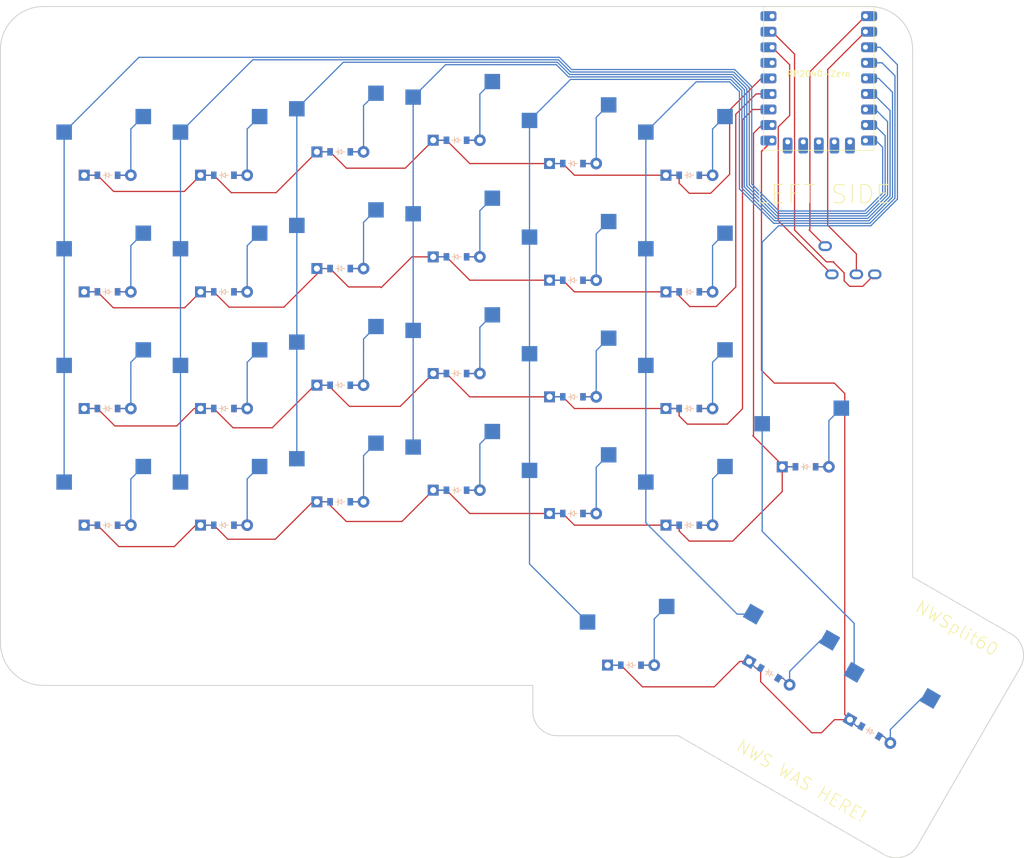
<source format=kicad_pcb>
(kicad_pcb (version 20241229) (generator "pcbnew") (generator_version "9.0")
  (title_block (title "left") (date "2025-10-02") (rev "v1.0.0") (company "Unknown"))
  (layers (0 "F.Cu" signal) (2 "B.Cu" signal) (13 "F.Paste" user) (15 "B.Paste" user) (5 "F.SilkS" user "F.Silkscreen") (7 "B.SilkS" user "B.Silkscreen") (1 "F.Mask" user) (3 "B.Mask" user) (25 "Edge.Cuts" user))
  (net 0 "")
  (net 1 "GP8")
  (net 2 "outer_bottom")
  (net 3 "outer_home")
  (net 4 "outer_top")
  (net 5 "outer_num")
  (net 6 "GP7")
  (net 7 "pinky_bottom")
  (net 8 "pinky_home")
  (net 9 "pinky_top")
  (net 10 "pinky_num")
  (net 11 "GP6")
  (net 12 "ring_bottom")
  (net 13 "ring_home")
  (net 14 "ring_top")
  (net 15 "ring_num")
  (net 16 "GP5")
  (net 17 "middle_bottom")
  (net 18 "middle_home")
  (net 19 "middle_top")
  (net 20 "middle_num")
  (net 21 "GP4")
  (net 22 "index_bottom")
  (net 23 "index_home")
  (net 24 "index_top")
  (net 25 "index_num")
  (net 26 "GP3")
  (net 27 "inner_bottom")
  (net 28 "inner_home")
  (net 29 "inner_top")
  (net 30 "inner_num")
  (net 31 "GP2")
  (net 32 "stretch_bottom")
  (net 33 "tuck_only")
  (net 34 "center_only")
  (net 35 "reach_only")
  (net 36 "GP15")
  (net 37 "GP26")
  (net 38 "GP27")
  (net 39 "GP28")
  (net 40 "GP14")
  (net 41 "3V3")
  (net 42 "GP0")
  (net 43 "GP1")
  (net 44 "GND")
  (net 45 "GP9")
  (net 46 "GP10")
  (net 47 "GP11")
  (net 48 "GP12")
  (net 49 "GP13")
  (net 50 "5V")
  (net 51 "GP29")
  (footprint "MX" (layer "F.Cu") (at 78 180.95)
    (property "Reference" "S6" (hide yes))
    (property "Value" "" (hide yes))
  )
  (footprint "ceoloide:mounting_hole_npth" (layer "F.Cu") (at 106.475 165.71)
    (property "Reference" "MH2" (hide yes))
    (property "Value" "")
  )
  (footprint "MX" (layer "F.Cu") (at 116 194.285)
    (property "Reference" "S13" (hide yes))
    (property "Value" "" (hide yes))
  )
  (footprint "ceoloide:trrs_pj320a" (layer "F.Cu") (at 187.5 161.235 -90)
    (property "Reference" "TRRS1" (hide yes))
    (property "Value" "")
  )
  (footprint "MX" (layer "F.Cu") (at 78 142.85)
    (property "Reference" "S8" (hide yes))
    (property "Value" "" (hide yes))
  )
  (footprint "ceoloide:mounting_hole_npth" (layer "F.Cu") (at 51.38 127.61)
    (property "Reference" "MH4" (hide yes))
    (property "Value" "")
  )
  (footprint "ceoloide:mounting_hole_npth" (layer "F.Cu") (at 129.235 220.955)
    (property "Reference" "MH6" (hide yes))
    (property "Value" "")
  )
  (footprint "ceoloide:mounting_hole_npth" (layer "F.Cu") (at 51.13 215.24)
    (property "Reference" "MH8" (hide yes))
    (property "Value" "")
  )
  (footprint "ComboDiode" (layer "F.Cu") (at 154 147.35)
    (property "Reference" "D24" (hide yes))
    (property "Value" "" (hide yes))
  )
  (footprint "MX" (layer "F.Cu") (at 116 137.135)
    (property "Reference" "S16" (hide yes))
    (property "Value" "" (hide yes))
  )
  (footprint "MX" (layer "F.Cu") (at 97 158.09)
    (property "Reference" "S11" (hide yes))
    (property "Value" "" (hide yes))
  )
  (footprint "ceoloide:mounting_hole_npth" (layer "F.Cu") (at 176.81 171.425)
    (property "Reference" "MH10" (hide yes))
    (property "Value" "")
  )
  (footprint "ComboDiode" (layer "F.Cu") (at 78 204.5)
    (property "Reference" "D5" (hide yes))
    (property "Value" "" (hide yes))
  )
  (footprint "ComboDiode" (layer "F.Cu") (at 78 147.35)
    (property "Reference" "D8" (hide yes))
    (property "Value" "" (hide yes))
  )
  (footprint "ComboDiode" (layer "F.Cu") (at 59 166.4)
    (property "Reference" "D3" (hide yes))
    (property "Value" "" (hide yes))
  )
  (footprint "MX" (layer "F.Cu") (at 169.342642 224.774162 -30)
    (property "Reference" "S27" (hide yes))
    (property "Value" "" (hide yes))
  )
  (footprint "ComboDiode" (layer "F.Cu") (at 97 143.54)
    (property "Reference" "D12" (hide yes))
    (property "Value" "" (hide yes))
  )
  (footprint "MX" (layer "F.Cu") (at 59 161.9)
    (property "Reference" "S3" (hide yes))
    (property "Value" "" (hide yes))
  )
  (footprint "ComboDiode" (layer "F.Cu") (at 97 181.64)
    (property "Reference" "D10" (hide yes))
    (property "Value" "" (hide yes))
  )
  (footprint "ceoloide:mounting_hole_npth" (layer "F.Cu") (at 182.167199 210.181378 -30)
    (property "Reference" "MH9" (hide yes))
    (property "Value" "")
  )
  (footprint "ComboDiode" (layer "F.Cu") (at 154 166.4)
    (property "Reference" "D23" (hide yes))
    (property "Value" "" (hide yes))
  )
  (footprint "MX" (layer "F.Cu") (at 154 142.85)
    (property "Reference" "S24" (hide yes))
    (property "Value" "" (hide yes))
  )
  (footprint "MX" (layer "F.Cu") (at 78 161.9)
    (property "Reference" "S7" (hide yes))
    (property "Value" "" (hide yes))
  )
  (footprint "ComboDiode" (layer "F.Cu") (at 59 185.45)
    (property "Reference" "D2" (hide yes))
    (property "Value" "" (hide yes))
  )
  (footprint "ComboDiode" (layer "F.Cu") (at 135 202.595)
    (property "Reference" "D17" (hide yes))
    (property "Value" "" (hide yes))
  )
  (footprint "ComboDiode" (layer "F.Cu") (at 116 198.785)
    (property "Reference" "D13" (hide yes))
    (property "Value" "" (hide yes))
  )
  (footprint "MX" (layer "F.Cu") (at 154 161.9)
    (property "Reference" "S23" (hide yes))
    (property "Value" "" (hide yes))
  )
  (footprint "ComboDiode" (layer "F.Cu") (at 173 194.975)
    (property "Reference" "D25" (hide yes))
    (property "Value" "" (hide yes))
  )
  (footprint "ComboDiode" (layer "F.Cu") (at 97 162.59)
    (property "Reference" "D11" (hide yes))
    (property "Value" "" (hide yes))
  )
  (footprint "ComboDiode" (layer "F.Cu") (at 116 179.735)
    (property "Reference" "D14" (hide yes))
    (property "Value" "" (hide yes))
  )
  (footprint "MX" (layer "F.Cu") (at 135 159.995)
    (property "Reference" "S19" (hide yes))
    (property "Value" "" (hide yes))
  )
  (footprint "ComboDiode" (layer "F.Cu") (at 135 145.445)
    (property "Reference" "D20" (hide yes))
    (property "Value" "" (hide yes))
  )
  (footprint "MX" (layer "F.Cu") (at 97 196.19)
    (property "Reference" "S9" (hide yes))
    (property "Value" "" (hide yes))
  )
  (footprint "ceoloide:mounting_hole_npth" (layer "F.Cu") (at 68.475 171.425)
    (property "Reference" "MH1" (hide yes))
    (property "Value" "")
  )
  (footprint "ComboDiode" (layer "F.Cu") (at 135 164.495)
    (property "Reference" "D19" (hide yes))
    (property "Value" "" (hide yes))
  )
  (footprint "MX" (layer "F.Cu") (at 97 139.04)
    (property "Reference" "S12" (hide yes))
    (property "Value" "" (hide yes))
  )
  (footprint "MX" (layer "F.Cu") (at 59 200)
    (property "Reference" "S1" (hide yes))
    (property "Value" "" (hide yes))
  )
  (footprint "MX" (layer "F.Cu") (at 135 198.095)
    (property "Reference" "S17" (hide yes))
    (property "Value" "" (hide yes))
  )
  (footprint "ceoloide:mounting_hole_npth" (layer "F.Cu") (at 175.686534 232.836219 -30)
    (property "Reference" "MH7" (hide yes))
    (property "Value" "")
  )
  (footprint "MX" (layer "F.Cu") (at 116 156.185)
    (property "Reference" "S15" (hide yes))
    (property "Value" "" (hide yes))
  )
  (footprint "MX" (layer "F.Cu") (at 135 140.945)
    (property "Reference" "S20" (hide yes))
    (property "Value" "" (hide yes))
  )
  (footprint "ComboDiode" (layer "F.Cu") (at 97 200.69)
    (property "Reference" "D9" (hide yes))
    (property "Value" "" (hide yes))
  )
  (footprint "ComboDiode" (layer "F.Cu") (at 154 204.5)
    (property "Reference" "D21" (hide yes))
    (property "Value" "" (hide yes))
  )
  (footprint "MX" (layer "F.Cu") (at 59 180.95)
    (property "Reference" "S2" (hide yes))
    (property "Value" "" (hide yes))
  )
  (footprint "MX" (layer "F.Cu") (at 59 142.85)
    (property "Reference" "S4" (hide yes))
    (property "Value" "" (hide yes))
  )
  (footprint "MX" (layer "F.Cu") (at 135 179.045)
    (property "Reference" "S18" (hide yes))
    (property "Value" "" (hide yes))
  )
  (footprint "ComboDiode" (layer "F.Cu") (at 78 166.4)
    (property "Reference" "D7" (hide yes))
    (property "Value" "" (hide yes))
  )
  (footprint "ceoloide:mounting_hole_npth" (layer "F.Cu") (at 144.475 171.425)
    (property "Reference" "MH3" (hide yes))
    (property "Value" "")
  )
  (footprint "MX" (layer "F.Cu") (at 154 200)
    (property "Reference" "S21" (hide yes))
    (property "Value" "" (hide yes))
  )
  (footprint "ComboDiode" (layer "F.Cu") (at 144.475 227.36)
    (property "Reference" "D26" (hide yes))
    (property "Value" "" (hide yes))
  )
  (footprint "ComboDiode" (layer "F.Cu") (at 154 185.45)
    (property "Reference" "D22" (hide yes))
    (property "Value" "" (hide yes))
  )
  (footprint "MX" (layer "F.Cu") (at 154 180.95)
    (property "Reference" "S22" (hide yes))
    (property "Value" "" (hide yes))
  )
  (footprint "ComboDiode" (layer "F.Cu") (at 116 141.635)
    (property "Reference" "D16" (hide yes))
    (property "Value" "" (hide yes))
  )
  (footprint "MX" (layer "F.Cu") (at 144.475 222.86)
    (property "Reference" "S26" (hide yes))
    (property "Value" "" (hide yes))
  )
  (footprint "MX" (layer "F.Cu") (at 116 175.235)
    (property "Reference" "S14" (hide yes))
    (property "Value" "" (hide yes))
  )
  (footprint "ComboDiode" (layer "F.Cu") (at 135 183.545)
    (property "Reference" "D18" (hide yes))
    (property "Value" "" (hide yes))
  )
  (footprint "MX" (layer "F.Cu") (at 185.797125 234.274162 -30)
    (property "Reference" "S28" (hide yes))
    (property "Value" "" (hide yes))
  )
  (footprint "ceoloide:mounting_hole_npth" (layer "F.Cu") (at 154 127.61)
    (property "Reference" "MH5" (hide yes))
    (property "Value" "")
  )
  (footprint "ComboDiode" (layer "F.Cu") (at 59 204.5)
    (property "Reference" "D1" (hide yes))
    (property "Value" "" (hide yes))
  )
  (footprint "ComboDiode" (layer "F.Cu") (at 78 185.45)
    (property "Reference" "D6" (hide yes))
    (property "Value" "" (hide yes))
  )
  (footprint "ComboDiode" (layer "F.Cu") (at 167.092642 228.671276 -30)
    (property "Reference" "D27" (hide yes))
    (property "Value" "" (hide yes))
  )
  (footprint "MX" (layer "F.Cu") (at 173 190.475)
    (property "Reference" "S25" (hide yes))
    (property "Value" "" (hide yes))
  )
  (footprint "MX" (layer "F.Cu") (at 97 177.14)
    (property "Reference" "S10" (hide yes))
    (property "Value" "" (hide yes))
  )
  (footprint "ComboDiode" (layer "F.Cu") (at 183.547125 238.171276 -30)
    (property "Reference" "D28" (hide yes))
    (property "Value" "" (hide yes))
  )
  (footprint "ComboDiode" (layer "F.Cu") (at 59 147.35)
    (property "Reference" "D4" (hide yes))
    (property "Value" "" (hide yes))
  )
  (footprint "MX" (layer "F.Cu") (at 78 200)
    (property "Reference" "S5" (hide yes))
    (property "Value" "" (hide yes))
  )
  (footprint "ComboDiode" (layer "F.Cu") (at 116 160.685)
    (property "Reference" "D15" (hide yes))
    (property "Value" "" (hide yes))
  )
  (footprint "RP2040-Zero" (layer "F.Cu") (at 165 144.235)
    (property "Reference" "REF**")
    (property "Value" "RP2040-Zero")
  )
  (gr_line (start 190.485 212.977371) (end 206.60483 222.284159) (stroke (width 0.15)) (layer "Edge.Cuts"))
  (gr_arc (start 183.485 119.8) (mid 188.434747 121.850253) (end 190.485 126.8) (stroke (width 0.15)) (layer "Edge.Cuts"))
  (gr_arc (start 41.515 126.8) (mid 43.565253 121.850253) (end 48.515 119.8) (stroke (width 0.15)) (layer "Edge.Cuts"))
  (gr_line (start 41.515 223.67) (end 41.515 126.8) (stroke (width 0.15)) (layer "Edge.Cuts"))
  (gr_line (start 48.515 119.8) (end 183.485 119.8) (stroke (width 0.15)) (layer "Edge.Cuts"))
  (gr_arc (start 48.515 230.67) (mid 43.565253 228.619747) (end 41.515 223.67) (stroke (width 0.15)) (layer "Edge.Cuts"))
  (gr_arc (start 191.281432 256.825064) (mid 188.852604 258.688804) (end 185.81733 258.289165) (stroke (width 0.15)) (layer "Edge.Cuts"))
  (gr_line (start 152.20833 238.885) (end 185.81733 258.289165) (stroke (width 0.15)) (layer "Edge.Cuts"))
  (gr_arc (start 206.60483 222.284159) (mid 208.468545 224.71299) (end 208.068932 227.74826) (stroke (width 0.15)) (layer "Edge.Cuts"))
  (gr_line (start 132.45 238.885) (end 152.20833 238.885) (stroke (width 0.15)) (layer "Edge.Cuts"))
  (gr_arc (start 132.45 238.885) (mid 129.621573 237.713427) (end 128.45 234.885) (stroke (width 0.15)) (layer "Edge.Cuts"))
  (gr_line (start 191.281432 256.825064) (end 208.068932 227.748261) (stroke (width 0.15)) (layer "Edge.Cuts"))
  (gr_line (start 48.515 230.67) (end 128.45 230.67) (stroke (width 0.15)) (layer "Edge.Cuts"))
  (gr_line (start 128.45 230.67) (end 128.45 234.885) (stroke (width 0.15)) (layer "Edge.Cuts"))
  (gr_line (start 190.485 212.977371) (end 190.485 126.8) (stroke (width 0.15)) (layer "Edge.Cuts"))
  (gr_text "NWSplit60" (at 197.712483 221.356157 -30) (layer "F.SilkS") (effects (font (size 2 2))))
  (gr_text "LEFT SIDE" (at 175.9075 150.47 0) (layer "F.SilkS") (effects (font (size 3 3))))
  (gr_text "NWS WAS HERE!" (at 172.318591 246.289668 -30) (layer "F.SilkS") (effects (font (size 2 2))))
  (segment (start 182.6695 153.195) (end 168.6305 153.195) (width 0.2) (layer "B.Cu") (net 1))
  (segment (start 185.595 150.2695) (end 182.6695 153.195) (width 0.2) (layer "B.Cu") (net 1))
  (segment (start 164.205 132.8695) (end 161.4305 130.095) (width 0.2) (layer "B.Cu") (net 1))
  (segment (start 134.7963 130.095) (end 132.7993 128.098) (width 0.2) (layer "B.Cu") (net 1))
  (segment (start 164.205 148.7695) (end 164.205 132.8695) (width 0.2) (layer "B.Cu") (net 1))
  (segment (start 64.127 128.098) (end 51.915 140.31) (width 0.2) (layer "B.Cu") (net 1))
  (segment (start 161.4305 130.095) (end 134.7963 130.095) (width 0.2) (layer "B.Cu") (net 1))
  (segment (start 185.595 142.795) (end 185.595 150.2695) (width 0.2) (layer "B.Cu") (net 1))
  (segment (start 168.6305 153.195) (end 164.205 148.7695) (width 0.2) (layer "B.Cu") (net 1))
  (segment (start 132.7993 128.098) (end 64.127 128.098) (width 0.2) (layer "B.Cu") (net 1))
  (segment (start 51.915 197.46) (end 51.915 140.31) (width 0.2) (layer "B.Cu") (net 1))
  (segment (start 184.495 141.695) (end 185.595 142.795) (width 0.2) (layer "B.Cu") (net 1))
  (segment (start 182.78 141.695) (end 184.495 141.695) (width 0.2) (layer "B.Cu") (net 1))
  (segment (start 62.81 204.5) (end 60.65 204.5) (width 0.2) (layer "F.Cu") (net 2))
  (segment (start 64.842 194.92) (end 62.81 196.952) (width 0.2) (layer "B.Cu") (net 2))
  (segment (start 62.81 196.952) (end 62.81 204.5) (width 0.2) (layer "B.Cu") (net 2))
  (segment (start 62.81 204.5) (end 60.65 204.5) (width 0.2) (layer "B.Cu") (net 2))
  (segment (start 62.81 185.45) (end 60.65 185.45) (width 0.2) (layer "F.Cu") (net 3))
  (segment (start 62.81 185.45) (end 60.65 185.45) (width 0.2) (layer "B.Cu") (net 3))
  (segment (start 64.842 175.87) (end 62.81 177.902) (width 0.2) (layer "B.Cu") (net 3))
  (segment (start 62.81 177.902) (end 62.81 185.45) (width 0.2) (layer "B.Cu") (net 3))
  (segment (start 62.81 166.4) (end 60.65 166.4) (width 0.2) (layer "F.Cu") (net 4))
  (segment (start 62.81 166.4) (end 60.65 166.4) (width 0.2) (layer "B.Cu") (net 4))
  (segment (start 64.842 156.82) (end 62.81 158.852) (width 0.2) (layer "B.Cu") (net 4))
  (segment (start 62.81 158.852) (end 62.81 166.4) (width 0.2) (layer "B.Cu") (net 4))
  (segment (start 62.81 147.35) (end 60.65 147.35) (width 0.2) (layer "F.Cu") (net 5))
  (segment (start 62.81 147.35) (end 60.65 147.35) (width 0.2) (layer "B.Cu") (net 5))
  (segment (start 62.81 139.802) (end 62.81 147.35) (width 0.2) (layer "B.Cu") (net 5))
  (segment (start 64.842 137.77) (end 62.81 139.802) (width 0.2) (layer "B.Cu") (net 5))
  (segment (start 168.4644 153.596) (end 182.8356 153.596) (width 0.2) (layer "B.Cu") (net 6))
  (segment (start 163.804 148.9356) (end 168.4644 153.596) (width 0.2) (layer "B.Cu") (net 6))
  (segment (start 82.726 128.499) (end 132.6332 128.499) (width 0.2) (layer "B.Cu") (net 6))
  (segment (start 70.915 140.31) (end 82.726 128.499) (width 0.2) (layer "B.Cu") (net 6))
  (segment (start 161.2644 130.496) (end 163.804 133.0356) (width 0.2) (layer "B.Cu") (net 6))
  (segment (start 134.6302 130.496) (end 161.2644 130.496) (width 0.2) (layer "B.Cu") (net 6))
  (segment (start 184.251 139.155) (end 182.78 139.155) (width 0.2) (layer "B.Cu") (net 6))
  (segment (start 132.6332 128.499) (end 134.6302 130.496) (width 0.2) (layer "B.Cu") (net 6))
  (segment (start 70.915 140.31) (end 70.915 197.46) (width 0.2) (layer "B.Cu") (net 6))
  (segment (start 185.996 140.9) (end 184.251 139.155) (width 0.2) (layer "B.Cu") (net 6))
  (segment (start 185.996 150.4356) (end 185.996 140.9) (width 0.2) (layer "B.Cu") (net 6))
  (segment (start 182.8356 153.596) (end 185.996 150.4356) (width 0.2) (layer "B.Cu") (net 6))
  (segment (start 163.804 133.0356) (end 163.804 148.9356) (width 0.2) (layer "B.Cu") (net 6))
  (segment (start 81.81 204.5) (end 79.65 204.5) (width 0.2) (layer "F.Cu") (net 7))
  (segment (start 83.842 194.92) (end 81.81 196.952) (width 0.2) (layer "B.Cu") (net 7))
  (segment (start 81.81 204.5) (end 79.65 204.5) (width 0.2) (layer "B.Cu") (net 7))
  (segment (start 81.81 196.952) (end 81.81 204.5) (width 0.2) (layer "B.Cu") (net 7))
  (segment (start 81.81 185.45) (end 79.65 185.45) (width 0.2) (layer "F.Cu") (net 8))
  (segment (start 81.81 185.45) (end 79.65 185.45) (width 0.2) (layer "B.Cu") (net 8))
  (segment (start 83.842 175.87) (end 81.81 177.902) (width 0.2) (layer "B.Cu") (net 8))
  (segment (start 81.81 177.902) (end 81.81 185.45) (width 0.2) (layer "B.Cu") (net 8))
  (segment (start 81.81 166.4) (end 79.65 166.4) (width 0.2) (layer "F.Cu") (net 9))
  (segment (start 81.81 166.4) (end 79.65 166.4) (width 0.2) (layer "B.Cu") (net 9))
  (segment (start 83.842 156.82) (end 81.81 158.852) (width 0.2) (layer "B.Cu") (net 9))
  (segment (start 81.81 158.852) (end 81.81 166.4) (width 0.2) (layer "B.Cu") (net 9))
  (segment (start 81.81 147.35) (end 79.65 147.35) (width 0.2) (layer "F.Cu") (net 10))
  (segment (start 81.81 147.35) (end 79.65 147.35) (width 0.2) (layer "B.Cu") (net 10))
  (segment (start 81.81 139.802) (end 81.81 147.35) (width 0.2) (layer "B.Cu") (net 10))
  (segment (start 83.842 137.77) (end 81.81 139.802) (width 0.2) (layer "B.Cu") (net 10))
  (segment (start 186.397 138.597) (end 186.397 150.6017) (width 0.2) (layer "B.Cu") (net 11))
  (segment (start 183.0017 153.997) (end 168.2983 153.997) (width 0.2) (layer "B.Cu") (net 11))
  (segment (start 97.515 128.9) (end 89.915 136.5) (width 0.2) (layer "B.Cu") (net 11))
  (segment (start 168.2983 153.997) (end 163.403 149.1017) (width 0.2) (layer "B.Cu") (net 11))
  (segment (start 89.915 193.65) (end 89.915 136.5) (width 0.2) (layer "B.Cu") (net 11))
  (segment (start 163.403 149.1017) (end 163.403 133.2017) (width 0.2) (layer "B.Cu") (net 11))
  (segment (start 182.78 136.615) (end 184.415 136.615) (width 0.2) (layer "B.Cu") (net 11))
  (segment (start 134.4641 130.897) (end 132.4671 128.9) (width 0.2) (layer "B.Cu") (net 11))
  (segment (start 163.403 133.2017) (end 161.0983 130.897) (width 0.2) (layer "B.Cu") (net 11))
  (segment (start 184.415 136.615) (end 186.397 138.597) (width 0.2) (layer "B.Cu") (net 11))
  (segment (start 186.397 150.6017) (end 183.0017 153.997) (width 0.2) (layer "B.Cu") (net 11))
  (segment (start 161.0983 130.897) (end 134.4641 130.897) (width 0.2) (layer "B.Cu") (net 11))
  (segment (start 132.4671 128.9) (end 97.515 128.9) (width 0.2) (layer "B.Cu") (net 11))
  (segment (start 100.81 200.69) (end 98.65 200.69) (width 0.2) (layer "F.Cu") (net 12))
  (segment (start 100.81 200.69) (end 98.65 200.69) (width 0.2) (layer "B.Cu") (net 12))
  (segment (start 102.842 191.11) (end 100.81 193.142) (width 0.2) (layer "B.Cu") (net 12))
  (segment (start 100.81 193.142) (end 100.81 200.69) (width 0.2) (layer "B.Cu") (net 12))
  (segment (start 100.81 181.64) (end 98.65 181.64) (width 0.2) (layer "F.Cu") (net 13))
  (segment (start 100.81 181.64) (end 98.65 181.64) (width 0.2) (layer "B.Cu") (net 13))
  (segment (start 102.842 172.06) (end 100.81 174.092) (width 0.2) (layer "B.Cu") (net 13))
  (segment (start 100.81 174.092) (end 100.81 181.64) (width 0.2) (layer "B.Cu") (net 13))
  (segment (start 100.81 162.59) (end 98.65 162.59) (width 0.2) (layer "F.Cu") (net 14))
  (segment (start 100.81 155.042) (end 100.81 162.59) (width 0.2) (layer "B.Cu") (net 14))
  (segment (start 102.842 153.01) (end 100.81 155.042) (width 0.2) (layer "B.Cu") (net 14))
  (segment (start 100.81 162.59) (end 98.65 162.59) (width 0.2) (layer "B.Cu") (net 14))
  (segment (start 100.81 143.54) (end 98.65 143.54) (width 0.2) (layer "F.Cu") (net 15))
  (segment (start 102.842 133.96) (end 100.81 135.992) (width 0.2) (layer "B.Cu") (net 15))
  (segment (start 100.81 135.992) (end 100.81 143.54) (width 0.2) (layer "B.Cu") (net 15))
  (segment (start 100.81 143.54) (end 98.65 143.54) (width 0.2) (layer "B.Cu") (net 15))
  (segment (start 114.21 129.3) (end 132.3 129.3) (width 0.2) (layer "B.Cu") (net 16))
  (segment (start 186.798 136.798) (end 184.075 134.075) (width 0.2) (layer "B.Cu") (net 16))
  (segment (start 160.9322 131.298) (end 163.002 133.3678) (width 0.2) (layer "B.Cu") (net 16))
  (segment (start 132.3 129.3) (end 134.298 131.298) (width 0.2) (layer "B.Cu") (net 16))
  (segment (start 134.298 131.298) (end 160.9322 131.298) (width 0.2) (layer "B.Cu") (net 16))
  (segment (start 186.798 150.7678) (end 186.798 136.798) (width 0.2) (layer "B.Cu") (net 16))
  (segment (start 163.002 149.2678) (end 168.1322 154.398) (width 0.2) (layer "B.Cu") (net 16))
  (segment (start 183.1678 154.398) (end 186.798 150.7678) (width 0.2) (layer "B.Cu") (net 16))
  (segment (start 163.002 133.3678) (end 163.002 149.2678) (width 0.2) (layer "B.Cu") (net 16))
  (segment (start 184.075 134.075) (end 182.78 134.075) (width 0.2) (layer "B.Cu") (net 16))
  (segment (start 168.1322 154.398) (end 183.1678 154.398) (width 0.2) (layer "B.Cu") (net 16))
  (segment (start 108.915 134.595) (end 108.915 191.745) (width 0.2) (layer "B.Cu") (net 16))
  (segment (start 108.915 134.595) (end 114.21 129.3) (width 0.2) (layer "B.Cu") (net 16))
  (segment (start 119.81 198.785) (end 117.65 198.785) (width 0.2) (layer "F.Cu") (net 17))
  (segment (start 119.81 191.237) (end 119.81 198.785) (width 0.2) (layer "B.Cu") (net 17))
  (segment (start 119.81 198.785) (end 117.65 198.785) (width 0.2) (layer "B.Cu") (net 17))
  (segment (start 121.842 189.205) (end 119.81 191.237) (width 0.2) (layer "B.Cu") (net 17))
  (segment (start 119.81 179.735) (end 117.65 179.735) (width 0.2) (layer "F.Cu") (net 18))
  (segment (start 119.81 179.735) (end 117.65 179.735) (width 0.2) (layer "B.Cu") (net 18))
  (segment (start 121.842 170.155) (end 119.81 172.187) (width 0.2) (layer "B.Cu") (net 18))
  (segment (start 119.81 172.187) (end 119.81 179.735) (width 0.2) (layer "B.Cu") (net 18))
  (segment (start 119.81 160.685) (end 117.65 160.685) (width 0.2) (layer "F.Cu") (net 19))
  (segment (start 119.81 153.137) (end 119.81 160.685) (width 0.2) (layer "B.Cu") (net 19))
  (segment (start 121.842 151.105) (end 119.81 153.137) (width 0.2) (layer "B.Cu") (net 19))
  (segment (start 119.81 160.685) (end 117.65 160.685) (width 0.2) (layer "B.Cu") (net 19))
  (segment (start 119.81 141.635) (end 117.65 141.635) (width 0.2) (layer "F.Cu") (net 20))
  (segment (start 121.842 132.055) (end 119.81 134.087) (width 0.2) (layer "B.Cu") (net 20))
  (segment (start 119.81 141.635) (end 117.65 141.635) (width 0.2) (layer "B.Cu") (net 20))
  (segment (start 119.81 134.087) (end 119.81 141.635) (width 0.2) (layer "B.Cu") (net 20))
  (segment (start 183.3339 154.799) (end 187.199 150.9339) (width 0.2) (layer "B.Cu") (net 21))
  (segment (start 127.915 195.555) (end 127.915 138.405) (width 0.2) (layer "B.Cu") (net 21))
  (segment (start 187.199 150.9339) (end 187.199 133.799) (width 0.2) (layer "B.Cu") (net 21))
  (segment (start 127.915 210.845) (end 127.915 195.555) (width 0.2) (layer "B.Cu") (net 21))
  (segment (start 134.621 131.699) (end 160.7661 131.699) (width 0.2) (layer "B.Cu") (net 21))
  (segment (start 127.915 138.405) (end 134.621 131.699) (width 0.2) (layer "B.Cu") (net 21))
  (segment (start 184.935 131.535) (end 182.78 131.535) (width 0.2) (layer "B.Cu") (net 21))
  (segment (start 160.7661 131.699) (end 162.601 133.5339) (width 0.2) (layer "B.Cu") (net 21))
  (segment (start 167.9661 154.799) (end 183.3339 154.799) (width 0.2) (layer "B.Cu") (net 21))
  (segment (start 187.199 133.799) (end 184.935 131.535) (width 0.2) (layer "B.Cu") (net 21))
  (segment (start 137.39 220.32) (end 127.915 210.845) (width 0.2) (layer "B.Cu") (net 21))
  (segment (start 162.601 149.4339) (end 167.9661 154.799) (width 0.2) (layer "B.Cu") (net 21))
  (segment (start 162.601 133.5339) (end 162.601 149.4339) (width 0.2) (layer "B.Cu") (net 21))
  (segment (start 138.81 202.595) (end 136.65 202.595) (width 0.2) (layer "F.Cu") (net 22))
  (segment (start 140.842 193.015) (end 138.81 195.047) (width 0.2) (layer "B.Cu") (net 22))
  (segment (start 138.81 202.595) (end 136.65 202.595) (width 0.2) (layer "B.Cu") (net 22))
  (segment (start 138.81 195.047) (end 138.81 202.595) (width 0.2) (layer "B.Cu") (net 22))
  (segment (start 138.81 183.545) (end 136.65 183.545) (width 0.2) (layer "F.Cu") (net 23))
  (segment (start 140.842 173.965) (end 138.81 175.997) (width 0.2) (layer "B.Cu") (net 23))
  (segment (start 138.81 175.997) (end 138.81 183.545) (width 0.2) (layer "B.Cu") (net 23))
  (segment (start 138.81 183.545) (end 136.65 183.545) (width 0.2) (layer "B.Cu") (net 23))
  (segment (start 138.81 164.495) (end 136.65 164.495) (width 0.2) (layer "F.Cu") (net 24))
  (segment (start 140.842 154.915) (end 138.81 156.947) (width 0.2) (layer "B.Cu") (net 24))
  (segment (start 138.81 164.495) (end 136.65 164.495) (width 0.2) (layer "B.Cu") (net 24))
  (segment (start 138.81 156.947) (end 138.81 164.495) (width 0.2) (layer "B.Cu") (net 24))
  (segment (start 138.81 145.445) (end 136.65 145.445) (width 0.2) (layer "F.Cu") (net 25))
  (segment (start 140.842 135.865) (end 138.81 137.897) (width 0.2) (layer "B.Cu") (net 25))
  (segment (start 138.81 145.445) (end 136.65 145.445) (width 0.2) (layer "B.Cu") (net 25))
  (segment (start 138.81 137.897) (end 138.81 145.445) (width 0.2) (layer "B.Cu") (net 25))
  (segment (start 146.915 197.46) (end 146.915 140.31) (width 0.2) (layer "B.Cu") (net 26))
  (segment (start 146.915 140.31) (end 155.125 132.1) (width 0.2) (layer "B.Cu") (net 26))
  (segment (start 187.6 131.1) (end 185.495 128.995) (width 0.2) (layer "B.Cu") (net 26))
  (segment (start 162.2 149.6) (end 167.8 155.2) (width 0.2) (layer "B.Cu") (net 26))
  (segment (start 185.495 128.995) (end 182.78 128.995) (width 0.2) (layer "B.Cu") (net 26))
  (segment (start 164.476852 219.031957) (end 161.831957 219.031957) (width 0.2) (layer "B.Cu") (net 26))
  (segment (start 183.5 155.2) (end 187.6 151.1) (width 0.2) (layer "B.Cu") (net 26))
  (segment (start 160.6 132.1) (end 162.2 133.7) (width 0.2) (layer "B.Cu") (net 26))
  (segment (start 187.6 151.1) (end 187.6 131.1) (width 0.2) (layer "B.Cu") (net 26))
  (segment (start 146.915 204.115) (end 146.915 197.46) (width 0.2) (layer "B.Cu") (net 26))
  (segment (start 162.2 133.7) (end 162.2 149.6) (width 0.2) (layer "B.Cu") (net 26))
  (segment (start 167.8 155.2) (end 183.5 155.2) (width 0.2) (layer "B.Cu") (net 26))
  (segment (start 161.831957 219.031957) (end 146.915 204.115) (width 0.2) (layer "B.Cu") (net 26))
  (segment (start 155.125 132.1) (end 160.6 132.1) (width 0.2) (layer "B.Cu") (net 26))
  (segment (start 157.81 204.5) (end 155.65 204.5) (width 0.2) (layer "F.Cu") (net 27))
  (segment (start 157.81 204.5) (end 155.65 204.5) (width 0.2) (layer "B.Cu") (net 27))
  (segment (start 157.81 196.952) (end 157.81 204.5) (width 0.2) (layer "B.Cu") (net 27))
  (segment (start 159.842 194.92) (end 157.81 196.952) (width 0.2) (layer "B.Cu") (net 27))
  (segment (start 157.81 185.45) (end 155.65 185.45) (width 0.2) (layer "F.Cu") (net 28))
  (segment (start 159.842 175.87) (end 157.81 177.902) (width 0.2) (layer "B.Cu") (net 28))
  (segment (start 157.81 177.902) (end 157.81 185.45) (width 0.2) (layer "B.Cu") (net 28))
  (segment (start 157.81 185.45) (end 155.65 185.45) (width 0.2) (layer "B.Cu") (net 28))
  (segment (start 157.81 166.4) (end 155.65 166.4) (width 0.2) (layer "F.Cu") (net 29))
  (segment (start 159.842 156.82) (end 157.81 158.852) (width 0.2) (layer "B.Cu") (net 29))
  (segment (start 157.81 166.4) (end 155.65 166.4) (width 0.2) (layer "B.Cu") (net 29))
  (segment (start 157.81 158.852) (end 157.81 166.4) (width 0.2) (layer "B.Cu") (net 29))
  (segment (start 157.81 147.35) (end 155.65 147.35) (width 0.2) (layer "F.Cu") (net 30))
  (segment (start 157.81 139.802) (end 157.81 147.35) (width 0.2) (layer "B.Cu") (net 30))
  (segment (start 157.81 147.35) (end 155.65 147.35) (width 0.2) (layer "B.Cu") (net 30))
  (segment (start 159.842 137.77) (end 157.81 139.802) (width 0.2) (layer "B.Cu") (net 30))
  (segment (start 183.6661 155.601) (end 188.001 151.2661) (width 0.2) (layer "B.Cu") (net 31))
  (segment (start 188.001 151.2661) (end 188.001 129.301) (width 0.2) (layer "B.Cu") (net 31))
  (segment (start 168.599 155.601) (end 183.6661 155.601) (width 0.2) (layer "B.Cu") (net 31))
  (segment (start 180.931335 220.531335) (end 165.915 205.515) (width 0.2) (layer "B.Cu") (net 31))
  (segment (start 180.931335 228.531957) (end 180.931335 220.531335) (width 0.2) (layer "B.Cu") (net 31))
  (segment (start 165.915 158.285) (end 168.599 155.601) (width 0.2) (layer "B.Cu") (net 31))
  (segment (start 185.155 126.455) (end 182.78 126.455) (width 0.2) (layer "B.Cu") (net 31))
  (segment (start 188.001 129.301) (end 185.155 126.455) (width 0.2) (layer "B.Cu") (net 31))
  (segment (start 165.915 205.515) (end 165.915 187.935) (width 0.2) (layer "B.Cu") (net 31))
  (segment (start 165.915 187.935) (end 165.915 158.285) (width 0.2) (layer "B.Cu") (net 31))
  (segment (start 176.81 194.975) (end 174.65 194.975) (width 0.2) (layer "F.Cu") (net 32))
  (segment (start 176.81 187.427) (end 176.81 194.975) (width 0.2) (layer "B.Cu") (net 32))
  (segment (start 178.842 185.395) (end 176.81 187.427) (width 0.2) (layer "B.Cu") (net 32))
  (segment (start 176.81 194.975) (end 174.65 194.975) (width 0.2) (layer "B.Cu") (net 32))
  (segment (start 148.285 227.36) (end 146.125 227.36) (width 0.2) (layer "F.Cu") (net 33))
  (segment (start 148.285 219.812) (end 148.285 227.36) (width 0.2) (layer "B.Cu") (net 33))
  (segment (start 150.317 217.78) (end 148.285 219.812) (width 0.2) (layer "B.Cu") (net 33))
  (segment (start 148.285 227.36) (end 146.125 227.36) (width 0.2) (layer "B.Cu") (net 33))
  (segment (start 169.312199 229.496276) (end 168.521584 229.496276) (width 0.2) (layer "F.Cu") (net 34))
  (segment (start 170.392199 230.576276) (end 169.312199 229.496276) (width 0.2) (layer "F.Cu") (net 34))
  (segment (start 176.941962 223.295753) (end 175.469719 223.295753) (width 0.2) (layer "B.Cu") (net 34))
  (segment (start 175.469719 223.295753) (end 170.392199 228.373273) (width 0.2) (layer "B.Cu") (net 34))
  (segment (start 169.312199 229.496276) (end 168.521584 229.496276) (width 0.2) (layer "B.Cu") (net 34))
  (segment (start 170.392199 228.373273) (end 170.392199 230.576276) (width 0.2) (layer "B.Cu") (net 34))
  (segment (start 170.392199 230.576276) (end 169.312199 229.496276) (width 0.2) (layer "B.Cu") (net 34))
  (segment (start 186.846682 240.076276) (end 185.766682 238.996276) (width 0.2) (layer "F.Cu") (net 35))
  (segment (start 185.766682 238.996276) (end 184.976067 238.996276) (width 0.2) (layer "F.Cu") (net 35))
  (segment (start 186.846682 240.076276) (end 185.766682 238.996276) (width 0.2) (layer "B.Cu") (net 35))
  (segment (start 186.846682 237.873273) (end 186.846682 240.076276) (width 0.2) (layer "B.Cu") (net 35))
  (segment (start 191.924202 232.795753) (end 186.846682 237.873273) (width 0.2) (layer "B.Cu") (net 35))
  (segment (start 185.766682 238.996276) (end 184.976067 238.996276) (width 0.2) (layer "B.Cu") (net 35))
  (segment (start 193.396445 232.795753) (end 191.924202 232.795753) (width 0.2) (layer "B.Cu") (net 35))
  (segment (start 118.16 202.595) (end 133.35 202.595) (width 0.2) (layer "F.Cu") (net 36))
  (segment (start 78.65 206.8) (end 86.4 206.8) (width 0.2) (layer "F.Cu") (net 36))
  (segment (start 92.51 200.69) (end 95.35 200.69) (width 0.2) (layer "F.Cu") (net 36))
  (segment (start 161.1 207.1) (end 169.19 199.01) (width 0.2) (layer "F.Cu") (net 36))
  (segment (start 164.5 140.5) (end 165.845 139.155) (width 0.2) (layer "F.Cu") (net 36))
  (segment (start 76.35 204.5) (end 78.65 206.8) (width 0.2) (layer "F.Cu") (net 36))
  (segment (start 98 203.9) (end 107.075 203.9) (width 0.2) (layer "F.Cu") (net 36))
  (segment (start 164.4 189.9) (end 164.5 189.8) (width 0.2) (layer "F.Cu") (net 36))
  (segment (start 135.255 204.5) (end 152.35 204.5) (width 0.2) (layer "F.Cu") (net 36))
  (segment (start 133.35 202.595) (end 135.255 204.5) (width 0.2) (layer "F.Cu") (net 36))
  (segment (start 114.35 198.785) (end 118.16 202.595) (width 0.2) (layer "F.Cu") (net 36))
  (segment (start 95.35 201.25) (end 98 203.9) (width 0.2) (layer "F.Cu") (net 36))
  (segment (start 57.35 204.5) (end 60.85 208) (width 0.2) (layer "F.Cu") (net 36))
  (segment (start 95.35 200.69) (end 95.35 201.25) (width 0.2) (layer "F.Cu") (net 36))
  (segment (start 86.4 206.8) (end 92.51 200.69) (width 0.2) (layer "F.Cu") (net 36))
  (segment (start 152.35 204.5) (end 152.35 205.45) (width 0.2) (layer "F.Cu") (net 36))
  (segment (start 169.19 194.69) (end 164.4 189.9) (width 0.2) (layer "F.Cu") (net 36))
  (segment (start 60.85 208) (end 69.9 208) (width 0.2) (layer "F.Cu") (net 36))
  (segment (start 169.19 194.975) (end 171.35 194.975) (width 0.2) (layer "F.Cu") (net 36))
  (segment (start 69.9 208) (end 73.4 204.5) (width 0.2) (layer "F.Cu") (net 36))
  (segment (start 164.5 189.8) (end 164.5 140.5) (width 0.2) (layer "F.Cu") (net 36))
  (segment (start 150.19 204.5) (end 152.35 204.5) (width 0.2) (layer "F.Cu") (net 36))
  (segment (start 169.19 199.01) (end 169.19 194.975) (width 0.2) (layer "F.Cu") (net 36))
  (segment (start 165.845 139.155) (end 167.54 139.155) (width 0.2) (layer "F.Cu") (net 36))
  (segment (start 152.35 205.45) (end 154 207.1) (width 0.2) (layer "F.Cu") (net 36))
  (segment (start 55.19 204.5) (end 57.35 204.5) (width 0.2) (layer "F.Cu") (net 36))
  (segment (start 112.19 198.785) (end 114.35 198.785) (width 0.2) (layer "F.Cu") (net 36))
  (segment (start 107.075 203.9) (end 112.19 198.785) (width 0.2) (layer "F.Cu") (net 36))
  (segment (start 169.19 194.975) (end 169.19 194.69) (width 0.2) (layer "F.Cu") (net 36))
  (segment (start 154 207.1) (end 161.1 207.1) (width 0.2) (layer "F.Cu") (net 36))
  (segment (start 73.4 204.5) (end 76.35 204.5) (width 0.2) (layer "F.Cu") (net 36))
  (segment (start 114.35 198.785) (end 112.19 198.785) (width 0.2) (layer "B.Cu") (net 36))
  (segment (start 76.35 204.5) (end 74.19 204.5) (width 0.2) (layer "B.Cu") (net 36))
  (segment (start 95.35 200.69) (end 93.19 200.69) (width 0.2) (layer "B.Cu") (net 36))
  (segment (start 152.35 204.5) (end 150.19 204.5) (width 0.2) (layer "B.Cu") (net 36))
  (segment (start 133.35 202.595) (end 131.19 202.595) (width 0.2) (layer "B.Cu") (net 36))
  (segment (start 171.35 194.975) (end 169.19 194.975) (width 0.2) (layer "B.Cu") (net 36))
  (segment (start 57.35 204.5) (end 55.19 204.5) (width 0.2) (layer "B.Cu") (net 36))
  (segment (start 79.5 188.6) (end 85.9 188.6) (width 0.2) (layer "F.Cu") (net 37))
  (segment (start 160.2 188) (end 162.7 185.5) (width 0.2) (layer "F.Cu") (net 37))
  (segment (start 85.9 188.6) (end 92.86 181.64) (width 0.2) (layer "F.Cu") (net 37))
  (segment (start 73.15 185.45) (end 76.35 185.45) (width 0.2) (layer "F.Cu") (net 37))
  (segment (start 152.35 185.45) (end 152.35 186.65) (width 0.2) (layer "F.Cu") (net 37))
  (segment (start 135.255 185.45) (end 152.35 185.45) (width 0.2) (layer "F.Cu") (net 37))
  (segment (start 133.35 183.545) (end 135.255 185.45) (width 0.2) (layer "F.Cu") (net 37))
  (segment (start 60.2 188.3) (end 70.3 188.3) (width 0.2) (layer "F.Cu") (net 37))
  (segment (start 76.35 185.45) (end 79.5 188.6) (width 0.2) (layer "F.Cu") (net 37))
  (segment (start 164.385 136.615) (end 167.54 136.615) (width 0.2) (layer "F.Cu") (net 37))
  (segment (start 95.35 181.64) (end 95.35 181.95) (width 0.2) (layer "F.Cu") (net 37))
  (segment (start 162.7 185.5) (end 162.7 138.3) (width 0.2) (layer "F.Cu") (net 37))
  (segment (start 98.5 185.1) (end 106.8 185.1) (width 0.2) (layer "F.Cu") (net 37))
  (segment (start 114.35 179.735) (end 118.16 183.545) (width 0.2) (layer "F.Cu") (net 37))
  (segment (start 162.7 138.3) (end 164.385 136.615) (width 0.2) (layer "F.Cu") (net 37))
  (segment (start 55.19 185.45) (end 57.35 185.45) (width 0.2) (layer "F.Cu") (net 37))
  (segment (start 153.7 188) (end 160.2 188) (width 0.2) (layer "F.Cu") (net 37))
  (segment (start 95.35 181.95) (end 98.5 185.1) (width 0.2) (layer "F.Cu") (net 37))
  (segment (start 118.16 183.545) (end 133.35 183.545) (width 0.2) (layer "F.Cu") (net 37))
  (segment (start 150.19 185.45) (end 152.35 185.45) (width 0.2) (layer "F.Cu") (net 37))
  (segment (start 57.35 185.45) (end 60.2 188.3) (width 0.2) (layer "F.Cu") (net 37))
  (segment (start 112.165 179.735) (end 114.35 179.735) (width 0.2) (layer "F.Cu") (net 37))
  (segment (start 92.86 181.64) (end 95.35 181.64) (width 0.2) (layer "F.Cu") (net 37))
  (segment (start 70.3 188.3) (end 73.15 185.45) (width 0.2) (layer "F.Cu") (net 37))
  (segment (start 152.35 186.65) (end 153.7 188) (width 0.2) (layer "F.Cu") (net 37))
  (segment (start 106.8 185.1) (end 112.165 179.735) (width 0.2) (layer "F.Cu") (net 37))
  (segment (start 76.35 185.45) (end 74.19 185.45) (width 0.2) (layer "B.Cu") (net 37))
  (segment (start 95.35 181.64) (end 93.19 181.64) (width 0.2) (layer "B.Cu") (net 37))
  (segment (start 152.35 185.45) (end 150.19 185.45) (width 0.2) (layer "B.Cu") (net 37))
  (segment (start 114.35 179.735) (end 112.19 179.735) (width 0.2) (layer "B.Cu") (net 37))
  (segment (start 57.35 185.45) (end 55.19 185.45) (width 0.2) (layer "B.Cu") (net 37))
  (segment (start 133.35 183.545) (end 131.19 183.545) (width 0.2) (layer "B.Cu") (net 37))
  (segment (start 133.35 164.495) (end 135.255 166.4) (width 0.2) (layer "F.Cu") (net 38))
  (segment (start 118.16 164.495) (end 133.35 164.495) (width 0.2) (layer "F.Cu") (net 38))
  (segment (start 158.4 168.8) (end 154.1 168.8) (width 0.2) (layer "F.Cu") (net 38))
  (segment (start 74.19 166.4) (end 76.35 166.4) (width 0.2) (layer "F.Cu") (net 38))
  (segment (start 161.6 137.4) (end 161.6 165.6) (width 0.2) (layer "F.Cu") (net 38))
  (segment (start 114.35 160.685) (end 118.16 164.495) (width 0.2) (layer "F.Cu") (net 38))
  (segment (start 93.19 163.51) (end 93.19 162.59) (width 0.2) (layer "F.Cu") (net 38))
  (segment (start 93.19 162.59) (end 95.35 162.59) (width 0.2) (layer "F.Cu") (net 38))
  (segment (start 108.715 160.685) (end 112.19 160.685) (width 0.2) (layer "F.Cu") (net 38))
  (segment (start 103.7 165.7) (end 108.715 160.685) (width 0.2) (layer "F.Cu") (net 38))
  (segment (start 76.35 166.4) (end 78.85 168.9) (width 0.2) (layer "F.Cu") (net 38))
  (segment (start 152.35 166.4) (end 150.19 166.4) (width 0.2) (layer "F.Cu") (net 38))
  (segment (start 87.8 168.9) (end 93.19 163.51) (width 0.2) (layer "F.Cu") (net 38))
  (segment (start 112.19 160.685) (end 114.35 160.685) (width 0.2) (layer "F.Cu") (net 38))
  (segment (start 59.95 169) (end 71.59 169) (width 0.2) (layer "F.Cu") (net 38))
  (segment (start 71.59 169) (end 74.19 166.4) (width 0.2) (layer "F.Cu") (net 38))
  (segment (start 98.36 165.6) (end 103.6 165.6) (width 0.2) (layer "F.Cu") (net 38))
  (segment (start 95.35 162.59) (end 98.36 165.6) (width 0.2) (layer "F.Cu") (net 38))
  (segment (start 135.255 166.4) (end 152.35 166.4) (width 0.2) (layer "F.Cu") (net 38))
  (segment (start 164.925 134.075) (end 161.6 137.4) (width 0.2) (layer "F.Cu") (net 38))
  (segment (start 55.19 166.4) (end 57.35 166.4) (width 0.2) (layer "F.Cu") (net 38))
  (segment (start 161.6 165.6) (end 158.4 168.8) (width 0.2) (layer "F.Cu") (net 38))
  (segment (start 57.35 166.4) (end 59.95 169) (width 0.2) (layer "F.Cu") (net 38))
  (segment (start 154.1 168.8) (end 152.35 167.05) (width 0.2) (layer "F.Cu") (net 38))
  (segment (start 167.54 134.075) (end 164.925 134.075) (width 0.2) (layer "F.Cu") (net 38))
  (segment (start 152.35 167.05) (end 152.35 166.4) (width 0.2) (layer "F.Cu") (net 38))
  (segment (start 103.6 165.6) (end 103.7 165.7) (width 0.2) (layer "F.Cu") (net 38))
  (segment (start 78.85 168.9) (end 87.8 168.9) (width 0.2) (layer "F.Cu") (net 38))
  (segment (start 114.35 160.685) (end 112.19 160.685) (width 0.2) (layer "B.Cu") (net 38))
  (segment (start 76.35 166.4) (end 74.19 166.4) (width 0.2) (layer "B.Cu") (net 38))
  (segment (start 131.19 164.495) (end 133.35 164.495) (width 0.2) (layer "B.Cu") (net 38))
  (segment (start 95.35 162.59) (end 93.19 162.59) (width 0.2) (layer "B.Cu") (net 38))
  (segment (start 150.19 166.4) (end 152.35 166.4) (width 0.2) (layer "B.Cu") (net 38))
  (segment (start 57.35 166.4) (end 55.19 166.4) (width 0.2) (layer "B.Cu") (net 38))
  (segment (start 86.53 150.2) (end 93.19 143.54) (width 0.2) (layer "F.Cu") (net 39))
  (segment (start 152.35 148.65) (end 154 150.3) (width 0.2) (layer "F.Cu") (net 39))
  (segment (start 71.54 150) (end 74.19 147.35) (width 0.2) (layer "F.Cu") (net 39))
  (segment (start 60 150) (end 71.54 150) (width 0.2) (layer "F.Cu") (net 39))
  (segment (start 74.19 147.35) (end 76.35 147.35) (width 0.2) (layer "F.Cu") (net 39))
  (segment (start 150.19 147.35) (end 152.35 147.35) (width 0.2) (layer "F.Cu") (net 39))
  (segment (start 114.35 141.635) (end 118.16 145.445) (width 0.2) (layer "F.Cu") (net 39))
  (segment (start 152.35 147.35) (end 152.35 148.65) (width 0.2) (layer "F.Cu") (net 39))
  (segment (start 57.35 147.35) (end 60 150) (width 0.2) (layer "F.Cu") (net 39))
  (segment (start 154 150.3) (end 157.5 150.3) (width 0.2) (layer "F.Cu") (net 39))
  (segment (start 160.6 136.7) (end 165.765 131.535) (width 0.2) (layer "F.Cu") (net 39))
  (segment (start 95.35 143.54) (end 98.01 146.2) (width 0.2) (layer "F.Cu") (net 39))
  (segment (start 76.35 147.35) (end 79.2 150.2) (width 0.2) (layer "F.Cu") (net 39))
  (segment (start 79.2 150.2) (end 86.53 150.2) (width 0.2) (layer "F.Cu") (net 39))
  (segment (start 160.6 147.2) (end 160.6 136.7) (width 0.2) (layer "F.Cu") (net 39))
  (segment (start 118.16 145.445) (end 131.19 145.445) (width 0.2) (layer "F.Cu") (net 39))
  (segment (start 107.625 146.2) (end 112.19 141.635) (width 0.2) (layer "F.Cu") (net 39))
  (segment (start 55.19 147.35) (end 57.35 147.35) (width 0.2) (layer "F.Cu") (net 39))
  (segment (start 133.35 145.445) (end 135.255 147.35) (width 0.2) (layer "F.Cu") (net 39))
  (segment (start 93.19 143.54) (end 95.35 143.54) (width 0.2) (layer "F.Cu") (net 39))
  (segment (start 157.5 150.3) (end 160.6 147.2) (width 0.2) (layer "F.Cu") (net 39))
  (segment (start 98.01 146.2) (end 107.625 146.2) (width 0.2) (layer "F.Cu") (net 39))
  (segment (start 131.19 145.445) (end 133.35 145.445) (width 0.2) (layer "F.Cu") (net 39))
  (segment (start 135.255 147.35) (end 152.35 147.35) (width 0.2) (layer "F.Cu") (net 39))
  (segment (start 165.765 131.535) (end 167.54 131.535) (width 0.2) (layer "F.Cu") (net 39))
  (segment (start 112.19 141.635) (end 114.35 141.635) (width 0.2) (layer "F.Cu") (net 39))
  (segment (start 152.35 147.35) (end 150.19 147.35) (width 0.2) (layer "B.Cu") (net 39))
  (segment (start 131.19 145.445) (end 133.35 145.445) (width 0.2) (layer "B.Cu") (net 39))
  (segment (start 74.19 147.35) (end 76.35 147.35) (width 0.2) (layer "B.Cu") (net 39))
  (segment (start 57.35 147.35) (end 55.19 147.35) (width 0.2) (layer "B.Cu") (net 39))
  (segment (start 112.19 141.635) (end 114.35 141.635) (width 0.2) (layer "B.Cu") (net 39))
  (segment (start 93.19 143.54) (end 95.35 143.54) (width 0.2) (layer "B.Cu") (net 39))
  (segment (start 165.8 143.435) (end 167.54 141.695) (width 0.2) (layer "F.Cu") (net 40))
  (segment (start 167.54 141.76) (end 165.8 143.5) (width 0.2) (layer "F.Cu") (net 40))
  (segment (start 162.233724 226.766276) (end 163.793085 226.766276) (width 0.2) (layer "F.Cu") (net 40))
  (segment (start 181.327568 237.346276) (end 182.118183 237.346276) (width 0.2) (layer "F.Cu") (net 40))
  (segment (start 177.7 181.3) (end 167.9 181.3) (width 0.2) (layer "F.Cu") (net 40))
  (segment (start 140.665 227.36) (end 142.825 227.36) (width 0.2) (layer "F.Cu") (net 40))
  (segment (start 174 238.4) (end 175.6 238.4) (width 0.2) (layer "F.Cu") (net 40))
  (segment (start 175.6 238.4) (end 177.733724 236.266276) (width 0.2) (layer "F.Cu") (net 40))
  (segment (start 180.247568 236.266276) (end 179.4 235.418708) (width 0.2) (layer "F.Cu") (net 40))
  (segment (start 142.825 227.36) (end 146.365 230.9) (width 0.2) (layer "F.Cu") (net 40))
  (segment (start 167.9 181.3) (end 165.8 179.2) (width 0.2) (layer "F.Cu") (net 40))
  (segment (start 165.8 179.2) (end 165.8 143.435) (width 0.2) (layer "F.Cu") (net 40))
  (segment (start 167.54 141.695) (end 167.54 141.76) (width 0.2) (layer "F.Cu") (net 40))
  (segment (start 180.247568 236.266276) (end 181.327568 237.346276) (width 0.2) (layer "F.Cu") (net 40))
  (segment (start 158.1 230.9) (end 162.233724 226.766276) (width 0.2) (layer "F.Cu") (net 40))
  (segment (start 177.733724 236.266276) (end 180.247568 236.266276) (width 0.2) (layer "F.Cu") (net 40))
  (segment (start 163.793085 226.766276) (end 164.873085 227.846276) (width 0.2) (layer "F.Cu") (net 40))
  (segment (start 146.365 230.9) (end 158.1 230.9) (width 0.2) (layer "F.Cu") (net 40))
  (segment (start 164.873085 227.846276) (end 165.6637 227.846276) (width 0.2) (layer "F.Cu") (net 40))
  (segment (start 179.4 235.418708) (end 179.4 183) (width 0.2) (layer "F.Cu") (net 40))
  (segment (start 179.4 183) (end 177.7 181.3) (width 0.2) (layer "F.Cu") (net 40))
  (segment (start 165.6637 227.846276) (end 165.6637 230.0637) (width 0.2) (layer "F.Cu") (net 40))
  (segment (start 165.6637 230.0637) (end 174 238.4) (width 0.2) (layer "F.Cu") (net 40))
  (segment (start 142.825 227.36) (end 140.665 227.36) (width 0.2) (layer "B.Cu") (net 40))
  (segment (start 165.6637 227.846276) (end 164.873085 227.846276) (width 0.2) (layer "B.Cu") (net 40))
  (segment (start 164.873085 227.846276) (end 163.793085 226.766276) (width 0.2) (layer "B.Cu") (net 40))
  (segment (start 182.118183 237.346276) (end 181.327568 237.346276) (width 0.2) (layer "B.Cu") (net 40))
  (segment (start 181.327568 237.346276) (end 180.247568 236.266276) (width 0.2) (layer "B.Cu") (net 40))
  (segment (start 168.541 154.776) (end 168.541 139.459) (width 0.2) (layer "F.Cu") (net 41))
  (segment (start 170.4 137.6) (end 170.4 129.315) (width 0.2) (layer "F.Cu") (net 41))
  (segment (start 177.3 163.535) (end 168.541 154.776) (width 0.2) (layer "F.Cu") (net 41))
  (segment (start 170.4 129.315) (end 167.54 126.455) (width 0.2) (layer "F.Cu") (net 41))
  (segment (start 168.541 139.459) (end 170.4 137.6) (width 0.2) (layer "F.Cu") (net 41))
  (segment (start 173.7084 156.1916) (end 173.7084 130.4466) (width 0.2) (layer "F.Cu") (net 42))
  (segment (start 173.6 156.3) (end 173.7084 156.1916) (width 0.2) (layer "F.Cu") (net 42))
  (segment (start 173.7084 130.4466) (end 182.78 121.375) (width 0.2) (layer "F.Cu") (net 42))
  (segment (start 176.2 158.9) (end 173.6 156.3) (width 0.2) (layer "F.Cu") (net 42))
  (segment (start 176.2 158.935) (end 176.2 158.9) (width 0.2) (layer "F.Cu") (net 42))
  (segment (start 176.6116 130.0834) (end 182.78 123.915) (width 0.2) (layer "F.Cu") (net 43))
  (segment (start 181.3 163.535) (end 181.3 160.2) (width 0.2) (layer "F.Cu") (net 43))
  (segment (start 181.3 160.2) (end 176.6116 155.5116) (width 0.2) (layer "F.Cu") (net 43))
  (segment (start 176.6116 155.5116) (end 176.6116 130.0834) (width 0.2) (layer "F.Cu") (net 43))
  (segment (start 184.3 163.535) (end 182.335 165.5) (width 0.2) (layer "F.Cu") (net 44))
  (segment (start 171.2 156.3) (end 171.2 127.575) (width 0.2) (layer "F.Cu") (net 44))
  (segment (start 179.3 164.6) (end 179.3 163.3) (width 0.2) (layer "F.Cu") (net 44))
  (segment (start 179.3 163.3) (end 177.6 161.6) (width 0.2) (layer "F.Cu") (net 44))
  (segment (start 177.6 161.6) (end 177.6 161.5) (width 0.2) (layer "F.Cu") (net 44))
  (segment (start 182.335 165.5) (end 180.2 165.5) (width 0.2) (layer "F.Cu") (net 44))
  (segment (start 180.2 165.5) (end 179.3 164.6) (width 0.2) (layer "F.Cu") (net 44))
  (segment (start 177.6 161.5) (end 176.4 161.5) (width 0.2) (layer "F.Cu") (net 44))
  (segment (start 171.2 127.575) (end 167.54 123.915) (width 0.2) (layer "F.Cu") (net 44))
  (segment (start 176.4 161.5) (end 171.2 156.3) (width 0.2) (layer "F.Cu") (net 44))
)
</source>
